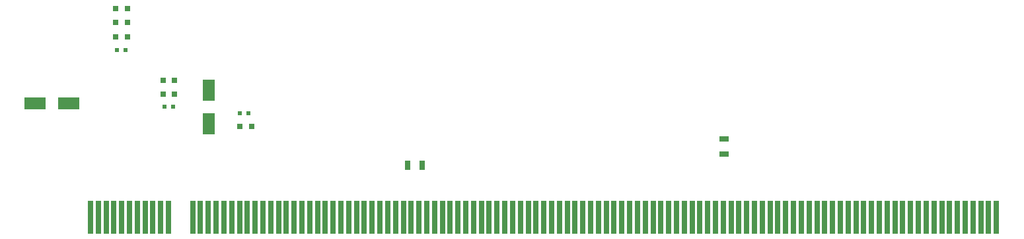
<source format=gbr>
G04 #@! TF.GenerationSoftware,KiCad,Pcbnew,(5.1.5)-3*
G04 #@! TF.CreationDate,2021-02-17T14:45:42+01:00*
G04 #@! TF.ProjectId,riser leopard 1OU,72697365-7220-46c6-956f-706172642031,rev?*
G04 #@! TF.SameCoordinates,PX4a62f80PY5f5e100*
G04 #@! TF.FileFunction,Paste,Top*
G04 #@! TF.FilePolarity,Positive*
%FSLAX46Y46*%
G04 Gerber Fmt 4.6, Leading zero omitted, Abs format (unit mm)*
G04 Created by KiCad (PCBNEW (5.1.5)-3) date 2021-02-17 14:45:42*
%MOMM*%
%LPD*%
G04 APERTURE LIST*
%ADD10R,0.700000X1.300000*%
%ADD11R,1.300000X0.700000*%
%ADD12R,0.800000X0.750000*%
%ADD13R,0.600000X0.500000*%
%ADD14R,1.600000X2.800000*%
%ADD15R,2.800000X1.600000*%
%ADD16R,0.800000X4.200000*%
G04 APERTURE END LIST*
D10*
X45150420Y-16789600D03*
X43250420Y-16789600D03*
D11*
X83787840Y-13408880D03*
X83787840Y-15308880D03*
D12*
X13399300Y-5874900D03*
X11899300Y-5874900D03*
X11899300Y-7589400D03*
X13399300Y-7589400D03*
D13*
X13199300Y-9227700D03*
X12099300Y-9227700D03*
D12*
X21745100Y-11763000D03*
X23245100Y-11763000D03*
D13*
X22841900Y-10086600D03*
X21741900Y-10086600D03*
D12*
X7334280Y1583932D03*
X5834280Y1583932D03*
X5821580Y-254254D03*
X7321580Y-254254D03*
D13*
X5998720Y-1947440D03*
X7098720Y-1947440D03*
D14*
X17749600Y-7115400D03*
X17749600Y-11415400D03*
D15*
X-4468720Y-8775960D03*
X-168720Y-8775960D03*
D12*
X7334280Y3422120D03*
X5834280Y3422120D03*
D16*
X60700000Y-23418600D03*
X63700000Y-23418600D03*
X71700000Y-23418600D03*
X83700000Y-23418600D03*
X72700000Y-23418600D03*
X75700000Y-23418600D03*
X59700000Y-23418600D03*
X66700000Y-23418600D03*
X77700000Y-23418600D03*
X79700000Y-23418600D03*
X67700000Y-23418600D03*
X61700000Y-23418600D03*
X73700000Y-23418600D03*
X80700000Y-23418600D03*
X81700000Y-23418600D03*
X70700000Y-23418600D03*
X76700000Y-23418600D03*
X69700000Y-23418600D03*
X65700000Y-23418600D03*
X62700000Y-23418600D03*
X68700000Y-23418600D03*
X85700000Y-23418600D03*
X84700000Y-23418600D03*
X74700000Y-23418600D03*
X64700000Y-23418600D03*
X78700000Y-23418600D03*
X82700000Y-23418600D03*
X58700000Y-23418600D03*
X50700000Y-23418600D03*
X44700000Y-23418600D03*
X46700000Y-23418600D03*
X42700000Y-23418600D03*
X36700000Y-23418600D03*
X34700000Y-23418600D03*
X26700000Y-23418600D03*
X41700000Y-23418600D03*
X32700000Y-23418600D03*
X28700000Y-23418600D03*
X40700000Y-23418600D03*
X30700000Y-23418600D03*
X27700000Y-23418600D03*
X38700000Y-23418600D03*
X57700000Y-23418600D03*
X56700000Y-23418600D03*
X55700000Y-23418600D03*
X54700000Y-23418600D03*
X45700000Y-23418600D03*
X43700000Y-23418600D03*
X37700000Y-23418600D03*
X35700000Y-23418600D03*
X52700000Y-23418600D03*
X53700000Y-23418600D03*
X31700000Y-23418600D03*
X47700000Y-23418600D03*
X39700000Y-23418600D03*
X29700000Y-23418600D03*
X51700000Y-23418600D03*
X33700000Y-23418600D03*
X49700000Y-23418600D03*
X48700000Y-23418600D03*
X15700000Y-23418600D03*
X2600000Y-23418600D03*
X22700000Y-23418600D03*
X21700000Y-23418600D03*
X20700000Y-23418600D03*
X19700000Y-23418600D03*
X17700000Y-23418600D03*
X16700000Y-23418600D03*
X25700000Y-23418600D03*
X24700000Y-23418600D03*
X18700000Y-23418600D03*
X23700000Y-23418600D03*
X7600000Y-23418600D03*
X10600000Y-23418600D03*
X9600000Y-23418600D03*
X5600000Y-23418600D03*
X8600000Y-23418600D03*
X6600000Y-23418600D03*
X11600000Y-23418600D03*
X12600000Y-23418600D03*
X3600000Y-23418600D03*
X4600000Y-23418600D03*
X86700000Y-23418600D03*
X87700000Y-23418600D03*
X88700000Y-23418600D03*
X89700000Y-23418600D03*
X90700000Y-23418600D03*
X91700000Y-23418600D03*
X92700000Y-23418600D03*
X93700000Y-23418600D03*
X94700000Y-23418600D03*
X95700000Y-23418600D03*
X96700000Y-23418600D03*
X97700000Y-23418600D03*
X98700000Y-23418600D03*
X99700000Y-23418600D03*
X100700000Y-23418600D03*
X101700000Y-23418600D03*
X102700000Y-23418600D03*
X103700000Y-23418600D03*
X104700000Y-23418600D03*
X105700000Y-23418600D03*
X106700000Y-23418600D03*
X107700000Y-23418600D03*
X108700000Y-23418600D03*
X109700000Y-23418600D03*
X110700000Y-23418600D03*
X111700000Y-23418600D03*
X112700000Y-23418600D03*
X113700000Y-23418600D03*
X114700000Y-23418600D03*
X115700000Y-23418600D03*
X116700000Y-23418600D03*
X117700000Y-23418600D03*
X118700000Y-23418600D03*
M02*

</source>
